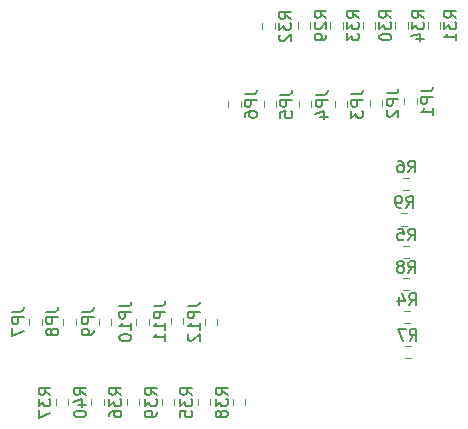
<source format=gbr>
%TF.GenerationSoftware,KiCad,Pcbnew,8.0.6-8.0.6-0~ubuntu24.04.1*%
%TF.CreationDate,2024-11-11T20:35:34-05:00*%
%TF.ProjectId,Hexapod_bot,48657861-706f-4645-9f62-6f742e6b6963,rev?*%
%TF.SameCoordinates,Original*%
%TF.FileFunction,Legend,Bot*%
%TF.FilePolarity,Positive*%
%FSLAX46Y46*%
G04 Gerber Fmt 4.6, Leading zero omitted, Abs format (unit mm)*
G04 Created by KiCad (PCBNEW 8.0.6-8.0.6-0~ubuntu24.04.1) date 2024-11-11 20:35:34*
%MOMM*%
%LPD*%
G01*
G04 APERTURE LIST*
%ADD10C,0.150000*%
%ADD11C,0.120000*%
G04 APERTURE END LIST*
D10*
X51634819Y-7444642D02*
X51158628Y-7111309D01*
X51634819Y-6873214D02*
X50634819Y-6873214D01*
X50634819Y-6873214D02*
X50634819Y-7254166D01*
X50634819Y-7254166D02*
X50682438Y-7349404D01*
X50682438Y-7349404D02*
X50730057Y-7397023D01*
X50730057Y-7397023D02*
X50825295Y-7444642D01*
X50825295Y-7444642D02*
X50968152Y-7444642D01*
X50968152Y-7444642D02*
X51063390Y-7397023D01*
X51063390Y-7397023D02*
X51111009Y-7349404D01*
X51111009Y-7349404D02*
X51158628Y-7254166D01*
X51158628Y-7254166D02*
X51158628Y-6873214D01*
X50634819Y-7777976D02*
X50634819Y-8397023D01*
X50634819Y-8397023D02*
X51015771Y-8063690D01*
X51015771Y-8063690D02*
X51015771Y-8206547D01*
X51015771Y-8206547D02*
X51063390Y-8301785D01*
X51063390Y-8301785D02*
X51111009Y-8349404D01*
X51111009Y-8349404D02*
X51206247Y-8397023D01*
X51206247Y-8397023D02*
X51444342Y-8397023D01*
X51444342Y-8397023D02*
X51539580Y-8349404D01*
X51539580Y-8349404D02*
X51587200Y-8301785D01*
X51587200Y-8301785D02*
X51634819Y-8206547D01*
X51634819Y-8206547D02*
X51634819Y-7920833D01*
X51634819Y-7920833D02*
X51587200Y-7825595D01*
X51587200Y-7825595D02*
X51539580Y-7777976D01*
X50968152Y-9254166D02*
X51634819Y-9254166D01*
X50587200Y-9016071D02*
X51301485Y-8777976D01*
X51301485Y-8777976D02*
X51301485Y-9397023D01*
X54384819Y-7444642D02*
X53908628Y-7111309D01*
X54384819Y-6873214D02*
X53384819Y-6873214D01*
X53384819Y-6873214D02*
X53384819Y-7254166D01*
X53384819Y-7254166D02*
X53432438Y-7349404D01*
X53432438Y-7349404D02*
X53480057Y-7397023D01*
X53480057Y-7397023D02*
X53575295Y-7444642D01*
X53575295Y-7444642D02*
X53718152Y-7444642D01*
X53718152Y-7444642D02*
X53813390Y-7397023D01*
X53813390Y-7397023D02*
X53861009Y-7349404D01*
X53861009Y-7349404D02*
X53908628Y-7254166D01*
X53908628Y-7254166D02*
X53908628Y-6873214D01*
X53384819Y-7777976D02*
X53384819Y-8397023D01*
X53384819Y-8397023D02*
X53765771Y-8063690D01*
X53765771Y-8063690D02*
X53765771Y-8206547D01*
X53765771Y-8206547D02*
X53813390Y-8301785D01*
X53813390Y-8301785D02*
X53861009Y-8349404D01*
X53861009Y-8349404D02*
X53956247Y-8397023D01*
X53956247Y-8397023D02*
X54194342Y-8397023D01*
X54194342Y-8397023D02*
X54289580Y-8349404D01*
X54289580Y-8349404D02*
X54337200Y-8301785D01*
X54337200Y-8301785D02*
X54384819Y-8206547D01*
X54384819Y-8206547D02*
X54384819Y-7920833D01*
X54384819Y-7920833D02*
X54337200Y-7825595D01*
X54337200Y-7825595D02*
X54289580Y-7777976D01*
X54384819Y-9349404D02*
X54384819Y-8777976D01*
X54384819Y-9063690D02*
X53384819Y-9063690D01*
X53384819Y-9063690D02*
X53527676Y-8968452D01*
X53527676Y-8968452D02*
X53622914Y-8873214D01*
X53622914Y-8873214D02*
X53670533Y-8777976D01*
X48884819Y-7444642D02*
X48408628Y-7111309D01*
X48884819Y-6873214D02*
X47884819Y-6873214D01*
X47884819Y-6873214D02*
X47884819Y-7254166D01*
X47884819Y-7254166D02*
X47932438Y-7349404D01*
X47932438Y-7349404D02*
X47980057Y-7397023D01*
X47980057Y-7397023D02*
X48075295Y-7444642D01*
X48075295Y-7444642D02*
X48218152Y-7444642D01*
X48218152Y-7444642D02*
X48313390Y-7397023D01*
X48313390Y-7397023D02*
X48361009Y-7349404D01*
X48361009Y-7349404D02*
X48408628Y-7254166D01*
X48408628Y-7254166D02*
X48408628Y-6873214D01*
X47884819Y-7777976D02*
X47884819Y-8397023D01*
X47884819Y-8397023D02*
X48265771Y-8063690D01*
X48265771Y-8063690D02*
X48265771Y-8206547D01*
X48265771Y-8206547D02*
X48313390Y-8301785D01*
X48313390Y-8301785D02*
X48361009Y-8349404D01*
X48361009Y-8349404D02*
X48456247Y-8397023D01*
X48456247Y-8397023D02*
X48694342Y-8397023D01*
X48694342Y-8397023D02*
X48789580Y-8349404D01*
X48789580Y-8349404D02*
X48837200Y-8301785D01*
X48837200Y-8301785D02*
X48884819Y-8206547D01*
X48884819Y-8206547D02*
X48884819Y-7920833D01*
X48884819Y-7920833D02*
X48837200Y-7825595D01*
X48837200Y-7825595D02*
X48789580Y-7777976D01*
X47884819Y-9016071D02*
X47884819Y-9111309D01*
X47884819Y-9111309D02*
X47932438Y-9206547D01*
X47932438Y-9206547D02*
X47980057Y-9254166D01*
X47980057Y-9254166D02*
X48075295Y-9301785D01*
X48075295Y-9301785D02*
X48265771Y-9349404D01*
X48265771Y-9349404D02*
X48503866Y-9349404D01*
X48503866Y-9349404D02*
X48694342Y-9301785D01*
X48694342Y-9301785D02*
X48789580Y-9254166D01*
X48789580Y-9254166D02*
X48837200Y-9206547D01*
X48837200Y-9206547D02*
X48884819Y-9111309D01*
X48884819Y-9111309D02*
X48884819Y-9016071D01*
X48884819Y-9016071D02*
X48837200Y-8920833D01*
X48837200Y-8920833D02*
X48789580Y-8873214D01*
X48789580Y-8873214D02*
X48694342Y-8825595D01*
X48694342Y-8825595D02*
X48503866Y-8777976D01*
X48503866Y-8777976D02*
X48265771Y-8777976D01*
X48265771Y-8777976D02*
X48075295Y-8825595D01*
X48075295Y-8825595D02*
X47980057Y-8873214D01*
X47980057Y-8873214D02*
X47932438Y-8920833D01*
X47932438Y-8920833D02*
X47884819Y-9016071D01*
X35024819Y-39357142D02*
X34548628Y-39023809D01*
X35024819Y-38785714D02*
X34024819Y-38785714D01*
X34024819Y-38785714D02*
X34024819Y-39166666D01*
X34024819Y-39166666D02*
X34072438Y-39261904D01*
X34072438Y-39261904D02*
X34120057Y-39309523D01*
X34120057Y-39309523D02*
X34215295Y-39357142D01*
X34215295Y-39357142D02*
X34358152Y-39357142D01*
X34358152Y-39357142D02*
X34453390Y-39309523D01*
X34453390Y-39309523D02*
X34501009Y-39261904D01*
X34501009Y-39261904D02*
X34548628Y-39166666D01*
X34548628Y-39166666D02*
X34548628Y-38785714D01*
X34024819Y-39690476D02*
X34024819Y-40309523D01*
X34024819Y-40309523D02*
X34405771Y-39976190D01*
X34405771Y-39976190D02*
X34405771Y-40119047D01*
X34405771Y-40119047D02*
X34453390Y-40214285D01*
X34453390Y-40214285D02*
X34501009Y-40261904D01*
X34501009Y-40261904D02*
X34596247Y-40309523D01*
X34596247Y-40309523D02*
X34834342Y-40309523D01*
X34834342Y-40309523D02*
X34929580Y-40261904D01*
X34929580Y-40261904D02*
X34977200Y-40214285D01*
X34977200Y-40214285D02*
X35024819Y-40119047D01*
X35024819Y-40119047D02*
X35024819Y-39833333D01*
X35024819Y-39833333D02*
X34977200Y-39738095D01*
X34977200Y-39738095D02*
X34929580Y-39690476D01*
X34453390Y-40880952D02*
X34405771Y-40785714D01*
X34405771Y-40785714D02*
X34358152Y-40738095D01*
X34358152Y-40738095D02*
X34262914Y-40690476D01*
X34262914Y-40690476D02*
X34215295Y-40690476D01*
X34215295Y-40690476D02*
X34120057Y-40738095D01*
X34120057Y-40738095D02*
X34072438Y-40785714D01*
X34072438Y-40785714D02*
X34024819Y-40880952D01*
X34024819Y-40880952D02*
X34024819Y-41071428D01*
X34024819Y-41071428D02*
X34072438Y-41166666D01*
X34072438Y-41166666D02*
X34120057Y-41214285D01*
X34120057Y-41214285D02*
X34215295Y-41261904D01*
X34215295Y-41261904D02*
X34262914Y-41261904D01*
X34262914Y-41261904D02*
X34358152Y-41214285D01*
X34358152Y-41214285D02*
X34405771Y-41166666D01*
X34405771Y-41166666D02*
X34453390Y-41071428D01*
X34453390Y-41071428D02*
X34453390Y-40880952D01*
X34453390Y-40880952D02*
X34501009Y-40785714D01*
X34501009Y-40785714D02*
X34548628Y-40738095D01*
X34548628Y-40738095D02*
X34643866Y-40690476D01*
X34643866Y-40690476D02*
X34834342Y-40690476D01*
X34834342Y-40690476D02*
X34929580Y-40738095D01*
X34929580Y-40738095D02*
X34977200Y-40785714D01*
X34977200Y-40785714D02*
X35024819Y-40880952D01*
X35024819Y-40880952D02*
X35024819Y-41071428D01*
X35024819Y-41071428D02*
X34977200Y-41166666D01*
X34977200Y-41166666D02*
X34929580Y-41214285D01*
X34929580Y-41214285D02*
X34834342Y-41261904D01*
X34834342Y-41261904D02*
X34643866Y-41261904D01*
X34643866Y-41261904D02*
X34548628Y-41214285D01*
X34548628Y-41214285D02*
X34501009Y-41166666D01*
X34501009Y-41166666D02*
X34453390Y-41071428D01*
X23024819Y-39357142D02*
X22548628Y-39023809D01*
X23024819Y-38785714D02*
X22024819Y-38785714D01*
X22024819Y-38785714D02*
X22024819Y-39166666D01*
X22024819Y-39166666D02*
X22072438Y-39261904D01*
X22072438Y-39261904D02*
X22120057Y-39309523D01*
X22120057Y-39309523D02*
X22215295Y-39357142D01*
X22215295Y-39357142D02*
X22358152Y-39357142D01*
X22358152Y-39357142D02*
X22453390Y-39309523D01*
X22453390Y-39309523D02*
X22501009Y-39261904D01*
X22501009Y-39261904D02*
X22548628Y-39166666D01*
X22548628Y-39166666D02*
X22548628Y-38785714D01*
X22358152Y-40214285D02*
X23024819Y-40214285D01*
X21977200Y-39976190D02*
X22691485Y-39738095D01*
X22691485Y-39738095D02*
X22691485Y-40357142D01*
X22024819Y-40928571D02*
X22024819Y-41023809D01*
X22024819Y-41023809D02*
X22072438Y-41119047D01*
X22072438Y-41119047D02*
X22120057Y-41166666D01*
X22120057Y-41166666D02*
X22215295Y-41214285D01*
X22215295Y-41214285D02*
X22405771Y-41261904D01*
X22405771Y-41261904D02*
X22643866Y-41261904D01*
X22643866Y-41261904D02*
X22834342Y-41214285D01*
X22834342Y-41214285D02*
X22929580Y-41166666D01*
X22929580Y-41166666D02*
X22977200Y-41119047D01*
X22977200Y-41119047D02*
X23024819Y-41023809D01*
X23024819Y-41023809D02*
X23024819Y-40928571D01*
X23024819Y-40928571D02*
X22977200Y-40833333D01*
X22977200Y-40833333D02*
X22929580Y-40785714D01*
X22929580Y-40785714D02*
X22834342Y-40738095D01*
X22834342Y-40738095D02*
X22643866Y-40690476D01*
X22643866Y-40690476D02*
X22405771Y-40690476D01*
X22405771Y-40690476D02*
X22215295Y-40738095D01*
X22215295Y-40738095D02*
X22120057Y-40785714D01*
X22120057Y-40785714D02*
X22072438Y-40833333D01*
X22072438Y-40833333D02*
X22024819Y-40928571D01*
X29024819Y-39357142D02*
X28548628Y-39023809D01*
X29024819Y-38785714D02*
X28024819Y-38785714D01*
X28024819Y-38785714D02*
X28024819Y-39166666D01*
X28024819Y-39166666D02*
X28072438Y-39261904D01*
X28072438Y-39261904D02*
X28120057Y-39309523D01*
X28120057Y-39309523D02*
X28215295Y-39357142D01*
X28215295Y-39357142D02*
X28358152Y-39357142D01*
X28358152Y-39357142D02*
X28453390Y-39309523D01*
X28453390Y-39309523D02*
X28501009Y-39261904D01*
X28501009Y-39261904D02*
X28548628Y-39166666D01*
X28548628Y-39166666D02*
X28548628Y-38785714D01*
X28024819Y-39690476D02*
X28024819Y-40309523D01*
X28024819Y-40309523D02*
X28405771Y-39976190D01*
X28405771Y-39976190D02*
X28405771Y-40119047D01*
X28405771Y-40119047D02*
X28453390Y-40214285D01*
X28453390Y-40214285D02*
X28501009Y-40261904D01*
X28501009Y-40261904D02*
X28596247Y-40309523D01*
X28596247Y-40309523D02*
X28834342Y-40309523D01*
X28834342Y-40309523D02*
X28929580Y-40261904D01*
X28929580Y-40261904D02*
X28977200Y-40214285D01*
X28977200Y-40214285D02*
X29024819Y-40119047D01*
X29024819Y-40119047D02*
X29024819Y-39833333D01*
X29024819Y-39833333D02*
X28977200Y-39738095D01*
X28977200Y-39738095D02*
X28929580Y-39690476D01*
X29024819Y-40785714D02*
X29024819Y-40976190D01*
X29024819Y-40976190D02*
X28977200Y-41071428D01*
X28977200Y-41071428D02*
X28929580Y-41119047D01*
X28929580Y-41119047D02*
X28786723Y-41214285D01*
X28786723Y-41214285D02*
X28596247Y-41261904D01*
X28596247Y-41261904D02*
X28215295Y-41261904D01*
X28215295Y-41261904D02*
X28120057Y-41214285D01*
X28120057Y-41214285D02*
X28072438Y-41166666D01*
X28072438Y-41166666D02*
X28024819Y-41071428D01*
X28024819Y-41071428D02*
X28024819Y-40880952D01*
X28024819Y-40880952D02*
X28072438Y-40785714D01*
X28072438Y-40785714D02*
X28120057Y-40738095D01*
X28120057Y-40738095D02*
X28215295Y-40690476D01*
X28215295Y-40690476D02*
X28453390Y-40690476D01*
X28453390Y-40690476D02*
X28548628Y-40738095D01*
X28548628Y-40738095D02*
X28596247Y-40785714D01*
X28596247Y-40785714D02*
X28643866Y-40880952D01*
X28643866Y-40880952D02*
X28643866Y-41071428D01*
X28643866Y-41071428D02*
X28596247Y-41166666D01*
X28596247Y-41166666D02*
X28548628Y-41214285D01*
X28548628Y-41214285D02*
X28453390Y-41261904D01*
X50166666Y-23524819D02*
X50499999Y-23048628D01*
X50738094Y-23524819D02*
X50738094Y-22524819D01*
X50738094Y-22524819D02*
X50357142Y-22524819D01*
X50357142Y-22524819D02*
X50261904Y-22572438D01*
X50261904Y-22572438D02*
X50214285Y-22620057D01*
X50214285Y-22620057D02*
X50166666Y-22715295D01*
X50166666Y-22715295D02*
X50166666Y-22858152D01*
X50166666Y-22858152D02*
X50214285Y-22953390D01*
X50214285Y-22953390D02*
X50261904Y-23001009D01*
X50261904Y-23001009D02*
X50357142Y-23048628D01*
X50357142Y-23048628D02*
X50738094Y-23048628D01*
X49690475Y-23524819D02*
X49499999Y-23524819D01*
X49499999Y-23524819D02*
X49404761Y-23477200D01*
X49404761Y-23477200D02*
X49357142Y-23429580D01*
X49357142Y-23429580D02*
X49261904Y-23286723D01*
X49261904Y-23286723D02*
X49214285Y-23096247D01*
X49214285Y-23096247D02*
X49214285Y-22715295D01*
X49214285Y-22715295D02*
X49261904Y-22620057D01*
X49261904Y-22620057D02*
X49309523Y-22572438D01*
X49309523Y-22572438D02*
X49404761Y-22524819D01*
X49404761Y-22524819D02*
X49595237Y-22524819D01*
X49595237Y-22524819D02*
X49690475Y-22572438D01*
X49690475Y-22572438D02*
X49738094Y-22620057D01*
X49738094Y-22620057D02*
X49785713Y-22715295D01*
X49785713Y-22715295D02*
X49785713Y-22953390D01*
X49785713Y-22953390D02*
X49738094Y-23048628D01*
X49738094Y-23048628D02*
X49690475Y-23096247D01*
X49690475Y-23096247D02*
X49595237Y-23143866D01*
X49595237Y-23143866D02*
X49404761Y-23143866D01*
X49404761Y-23143866D02*
X49309523Y-23096247D01*
X49309523Y-23096247D02*
X49261904Y-23048628D01*
X49261904Y-23048628D02*
X49214285Y-22953390D01*
X40384819Y-7519649D02*
X39908628Y-7186316D01*
X40384819Y-6948221D02*
X39384819Y-6948221D01*
X39384819Y-6948221D02*
X39384819Y-7329173D01*
X39384819Y-7329173D02*
X39432438Y-7424411D01*
X39432438Y-7424411D02*
X39480057Y-7472030D01*
X39480057Y-7472030D02*
X39575295Y-7519649D01*
X39575295Y-7519649D02*
X39718152Y-7519649D01*
X39718152Y-7519649D02*
X39813390Y-7472030D01*
X39813390Y-7472030D02*
X39861009Y-7424411D01*
X39861009Y-7424411D02*
X39908628Y-7329173D01*
X39908628Y-7329173D02*
X39908628Y-6948221D01*
X39384819Y-7852983D02*
X39384819Y-8472030D01*
X39384819Y-8472030D02*
X39765771Y-8138697D01*
X39765771Y-8138697D02*
X39765771Y-8281554D01*
X39765771Y-8281554D02*
X39813390Y-8376792D01*
X39813390Y-8376792D02*
X39861009Y-8424411D01*
X39861009Y-8424411D02*
X39956247Y-8472030D01*
X39956247Y-8472030D02*
X40194342Y-8472030D01*
X40194342Y-8472030D02*
X40289580Y-8424411D01*
X40289580Y-8424411D02*
X40337200Y-8376792D01*
X40337200Y-8376792D02*
X40384819Y-8281554D01*
X40384819Y-8281554D02*
X40384819Y-7995840D01*
X40384819Y-7995840D02*
X40337200Y-7900602D01*
X40337200Y-7900602D02*
X40289580Y-7852983D01*
X39480057Y-8852983D02*
X39432438Y-8900602D01*
X39432438Y-8900602D02*
X39384819Y-8995840D01*
X39384819Y-8995840D02*
X39384819Y-9233935D01*
X39384819Y-9233935D02*
X39432438Y-9329173D01*
X39432438Y-9329173D02*
X39480057Y-9376792D01*
X39480057Y-9376792D02*
X39575295Y-9424411D01*
X39575295Y-9424411D02*
X39670533Y-9424411D01*
X39670533Y-9424411D02*
X39813390Y-9376792D01*
X39813390Y-9376792D02*
X40384819Y-8805364D01*
X40384819Y-8805364D02*
X40384819Y-9424411D01*
X50404166Y-31774819D02*
X50737499Y-31298628D01*
X50975594Y-31774819D02*
X50975594Y-30774819D01*
X50975594Y-30774819D02*
X50594642Y-30774819D01*
X50594642Y-30774819D02*
X50499404Y-30822438D01*
X50499404Y-30822438D02*
X50451785Y-30870057D01*
X50451785Y-30870057D02*
X50404166Y-30965295D01*
X50404166Y-30965295D02*
X50404166Y-31108152D01*
X50404166Y-31108152D02*
X50451785Y-31203390D01*
X50451785Y-31203390D02*
X50499404Y-31251009D01*
X50499404Y-31251009D02*
X50594642Y-31298628D01*
X50594642Y-31298628D02*
X50975594Y-31298628D01*
X49547023Y-31108152D02*
X49547023Y-31774819D01*
X49785118Y-30727200D02*
X50023213Y-31441485D01*
X50023213Y-31441485D02*
X49404166Y-31441485D01*
X50329166Y-29024819D02*
X50662499Y-28548628D01*
X50900594Y-29024819D02*
X50900594Y-28024819D01*
X50900594Y-28024819D02*
X50519642Y-28024819D01*
X50519642Y-28024819D02*
X50424404Y-28072438D01*
X50424404Y-28072438D02*
X50376785Y-28120057D01*
X50376785Y-28120057D02*
X50329166Y-28215295D01*
X50329166Y-28215295D02*
X50329166Y-28358152D01*
X50329166Y-28358152D02*
X50376785Y-28453390D01*
X50376785Y-28453390D02*
X50424404Y-28501009D01*
X50424404Y-28501009D02*
X50519642Y-28548628D01*
X50519642Y-28548628D02*
X50900594Y-28548628D01*
X49757737Y-28453390D02*
X49852975Y-28405771D01*
X49852975Y-28405771D02*
X49900594Y-28358152D01*
X49900594Y-28358152D02*
X49948213Y-28262914D01*
X49948213Y-28262914D02*
X49948213Y-28215295D01*
X49948213Y-28215295D02*
X49900594Y-28120057D01*
X49900594Y-28120057D02*
X49852975Y-28072438D01*
X49852975Y-28072438D02*
X49757737Y-28024819D01*
X49757737Y-28024819D02*
X49567261Y-28024819D01*
X49567261Y-28024819D02*
X49472023Y-28072438D01*
X49472023Y-28072438D02*
X49424404Y-28120057D01*
X49424404Y-28120057D02*
X49376785Y-28215295D01*
X49376785Y-28215295D02*
X49376785Y-28262914D01*
X49376785Y-28262914D02*
X49424404Y-28358152D01*
X49424404Y-28358152D02*
X49472023Y-28405771D01*
X49472023Y-28405771D02*
X49567261Y-28453390D01*
X49567261Y-28453390D02*
X49757737Y-28453390D01*
X49757737Y-28453390D02*
X49852975Y-28501009D01*
X49852975Y-28501009D02*
X49900594Y-28548628D01*
X49900594Y-28548628D02*
X49948213Y-28643866D01*
X49948213Y-28643866D02*
X49948213Y-28834342D01*
X49948213Y-28834342D02*
X49900594Y-28929580D01*
X49900594Y-28929580D02*
X49852975Y-28977200D01*
X49852975Y-28977200D02*
X49757737Y-29024819D01*
X49757737Y-29024819D02*
X49567261Y-29024819D01*
X49567261Y-29024819D02*
X49472023Y-28977200D01*
X49472023Y-28977200D02*
X49424404Y-28929580D01*
X49424404Y-28929580D02*
X49376785Y-28834342D01*
X49376785Y-28834342D02*
X49376785Y-28643866D01*
X49376785Y-28643866D02*
X49424404Y-28548628D01*
X49424404Y-28548628D02*
X49472023Y-28501009D01*
X49472023Y-28501009D02*
X49567261Y-28453390D01*
X20024819Y-39357142D02*
X19548628Y-39023809D01*
X20024819Y-38785714D02*
X19024819Y-38785714D01*
X19024819Y-38785714D02*
X19024819Y-39166666D01*
X19024819Y-39166666D02*
X19072438Y-39261904D01*
X19072438Y-39261904D02*
X19120057Y-39309523D01*
X19120057Y-39309523D02*
X19215295Y-39357142D01*
X19215295Y-39357142D02*
X19358152Y-39357142D01*
X19358152Y-39357142D02*
X19453390Y-39309523D01*
X19453390Y-39309523D02*
X19501009Y-39261904D01*
X19501009Y-39261904D02*
X19548628Y-39166666D01*
X19548628Y-39166666D02*
X19548628Y-38785714D01*
X19024819Y-39690476D02*
X19024819Y-40309523D01*
X19024819Y-40309523D02*
X19405771Y-39976190D01*
X19405771Y-39976190D02*
X19405771Y-40119047D01*
X19405771Y-40119047D02*
X19453390Y-40214285D01*
X19453390Y-40214285D02*
X19501009Y-40261904D01*
X19501009Y-40261904D02*
X19596247Y-40309523D01*
X19596247Y-40309523D02*
X19834342Y-40309523D01*
X19834342Y-40309523D02*
X19929580Y-40261904D01*
X19929580Y-40261904D02*
X19977200Y-40214285D01*
X19977200Y-40214285D02*
X20024819Y-40119047D01*
X20024819Y-40119047D02*
X20024819Y-39833333D01*
X20024819Y-39833333D02*
X19977200Y-39738095D01*
X19977200Y-39738095D02*
X19929580Y-39690476D01*
X19024819Y-40642857D02*
X19024819Y-41309523D01*
X19024819Y-41309523D02*
X20024819Y-40880952D01*
X43384819Y-7444642D02*
X42908628Y-7111309D01*
X43384819Y-6873214D02*
X42384819Y-6873214D01*
X42384819Y-6873214D02*
X42384819Y-7254166D01*
X42384819Y-7254166D02*
X42432438Y-7349404D01*
X42432438Y-7349404D02*
X42480057Y-7397023D01*
X42480057Y-7397023D02*
X42575295Y-7444642D01*
X42575295Y-7444642D02*
X42718152Y-7444642D01*
X42718152Y-7444642D02*
X42813390Y-7397023D01*
X42813390Y-7397023D02*
X42861009Y-7349404D01*
X42861009Y-7349404D02*
X42908628Y-7254166D01*
X42908628Y-7254166D02*
X42908628Y-6873214D01*
X42480057Y-7825595D02*
X42432438Y-7873214D01*
X42432438Y-7873214D02*
X42384819Y-7968452D01*
X42384819Y-7968452D02*
X42384819Y-8206547D01*
X42384819Y-8206547D02*
X42432438Y-8301785D01*
X42432438Y-8301785D02*
X42480057Y-8349404D01*
X42480057Y-8349404D02*
X42575295Y-8397023D01*
X42575295Y-8397023D02*
X42670533Y-8397023D01*
X42670533Y-8397023D02*
X42813390Y-8349404D01*
X42813390Y-8349404D02*
X43384819Y-7777976D01*
X43384819Y-7777976D02*
X43384819Y-8397023D01*
X43384819Y-8873214D02*
X43384819Y-9063690D01*
X43384819Y-9063690D02*
X43337200Y-9158928D01*
X43337200Y-9158928D02*
X43289580Y-9206547D01*
X43289580Y-9206547D02*
X43146723Y-9301785D01*
X43146723Y-9301785D02*
X42956247Y-9349404D01*
X42956247Y-9349404D02*
X42575295Y-9349404D01*
X42575295Y-9349404D02*
X42480057Y-9301785D01*
X42480057Y-9301785D02*
X42432438Y-9254166D01*
X42432438Y-9254166D02*
X42384819Y-9158928D01*
X42384819Y-9158928D02*
X42384819Y-8968452D01*
X42384819Y-8968452D02*
X42432438Y-8873214D01*
X42432438Y-8873214D02*
X42480057Y-8825595D01*
X42480057Y-8825595D02*
X42575295Y-8777976D01*
X42575295Y-8777976D02*
X42813390Y-8777976D01*
X42813390Y-8777976D02*
X42908628Y-8825595D01*
X42908628Y-8825595D02*
X42956247Y-8873214D01*
X42956247Y-8873214D02*
X43003866Y-8968452D01*
X43003866Y-8968452D02*
X43003866Y-9158928D01*
X43003866Y-9158928D02*
X42956247Y-9254166D01*
X42956247Y-9254166D02*
X42908628Y-9301785D01*
X42908628Y-9301785D02*
X42813390Y-9349404D01*
X50429166Y-34774819D02*
X50762499Y-34298628D01*
X51000594Y-34774819D02*
X51000594Y-33774819D01*
X51000594Y-33774819D02*
X50619642Y-33774819D01*
X50619642Y-33774819D02*
X50524404Y-33822438D01*
X50524404Y-33822438D02*
X50476785Y-33870057D01*
X50476785Y-33870057D02*
X50429166Y-33965295D01*
X50429166Y-33965295D02*
X50429166Y-34108152D01*
X50429166Y-34108152D02*
X50476785Y-34203390D01*
X50476785Y-34203390D02*
X50524404Y-34251009D01*
X50524404Y-34251009D02*
X50619642Y-34298628D01*
X50619642Y-34298628D02*
X51000594Y-34298628D01*
X50095832Y-33774819D02*
X49429166Y-33774819D01*
X49429166Y-33774819D02*
X49857737Y-34774819D01*
X46134819Y-7444642D02*
X45658628Y-7111309D01*
X46134819Y-6873214D02*
X45134819Y-6873214D01*
X45134819Y-6873214D02*
X45134819Y-7254166D01*
X45134819Y-7254166D02*
X45182438Y-7349404D01*
X45182438Y-7349404D02*
X45230057Y-7397023D01*
X45230057Y-7397023D02*
X45325295Y-7444642D01*
X45325295Y-7444642D02*
X45468152Y-7444642D01*
X45468152Y-7444642D02*
X45563390Y-7397023D01*
X45563390Y-7397023D02*
X45611009Y-7349404D01*
X45611009Y-7349404D02*
X45658628Y-7254166D01*
X45658628Y-7254166D02*
X45658628Y-6873214D01*
X45134819Y-7777976D02*
X45134819Y-8397023D01*
X45134819Y-8397023D02*
X45515771Y-8063690D01*
X45515771Y-8063690D02*
X45515771Y-8206547D01*
X45515771Y-8206547D02*
X45563390Y-8301785D01*
X45563390Y-8301785D02*
X45611009Y-8349404D01*
X45611009Y-8349404D02*
X45706247Y-8397023D01*
X45706247Y-8397023D02*
X45944342Y-8397023D01*
X45944342Y-8397023D02*
X46039580Y-8349404D01*
X46039580Y-8349404D02*
X46087200Y-8301785D01*
X46087200Y-8301785D02*
X46134819Y-8206547D01*
X46134819Y-8206547D02*
X46134819Y-7920833D01*
X46134819Y-7920833D02*
X46087200Y-7825595D01*
X46087200Y-7825595D02*
X46039580Y-7777976D01*
X45134819Y-8730357D02*
X45134819Y-9349404D01*
X45134819Y-9349404D02*
X45515771Y-9016071D01*
X45515771Y-9016071D02*
X45515771Y-9158928D01*
X45515771Y-9158928D02*
X45563390Y-9254166D01*
X45563390Y-9254166D02*
X45611009Y-9301785D01*
X45611009Y-9301785D02*
X45706247Y-9349404D01*
X45706247Y-9349404D02*
X45944342Y-9349404D01*
X45944342Y-9349404D02*
X46039580Y-9301785D01*
X46039580Y-9301785D02*
X46087200Y-9254166D01*
X46087200Y-9254166D02*
X46134819Y-9158928D01*
X46134819Y-9158928D02*
X46134819Y-8873214D01*
X46134819Y-8873214D02*
X46087200Y-8777976D01*
X46087200Y-8777976D02*
X46039580Y-8730357D01*
X26024819Y-39357142D02*
X25548628Y-39023809D01*
X26024819Y-38785714D02*
X25024819Y-38785714D01*
X25024819Y-38785714D02*
X25024819Y-39166666D01*
X25024819Y-39166666D02*
X25072438Y-39261904D01*
X25072438Y-39261904D02*
X25120057Y-39309523D01*
X25120057Y-39309523D02*
X25215295Y-39357142D01*
X25215295Y-39357142D02*
X25358152Y-39357142D01*
X25358152Y-39357142D02*
X25453390Y-39309523D01*
X25453390Y-39309523D02*
X25501009Y-39261904D01*
X25501009Y-39261904D02*
X25548628Y-39166666D01*
X25548628Y-39166666D02*
X25548628Y-38785714D01*
X25024819Y-39690476D02*
X25024819Y-40309523D01*
X25024819Y-40309523D02*
X25405771Y-39976190D01*
X25405771Y-39976190D02*
X25405771Y-40119047D01*
X25405771Y-40119047D02*
X25453390Y-40214285D01*
X25453390Y-40214285D02*
X25501009Y-40261904D01*
X25501009Y-40261904D02*
X25596247Y-40309523D01*
X25596247Y-40309523D02*
X25834342Y-40309523D01*
X25834342Y-40309523D02*
X25929580Y-40261904D01*
X25929580Y-40261904D02*
X25977200Y-40214285D01*
X25977200Y-40214285D02*
X26024819Y-40119047D01*
X26024819Y-40119047D02*
X26024819Y-39833333D01*
X26024819Y-39833333D02*
X25977200Y-39738095D01*
X25977200Y-39738095D02*
X25929580Y-39690476D01*
X25024819Y-41166666D02*
X25024819Y-40976190D01*
X25024819Y-40976190D02*
X25072438Y-40880952D01*
X25072438Y-40880952D02*
X25120057Y-40833333D01*
X25120057Y-40833333D02*
X25262914Y-40738095D01*
X25262914Y-40738095D02*
X25453390Y-40690476D01*
X25453390Y-40690476D02*
X25834342Y-40690476D01*
X25834342Y-40690476D02*
X25929580Y-40738095D01*
X25929580Y-40738095D02*
X25977200Y-40785714D01*
X25977200Y-40785714D02*
X26024819Y-40880952D01*
X26024819Y-40880952D02*
X26024819Y-41071428D01*
X26024819Y-41071428D02*
X25977200Y-41166666D01*
X25977200Y-41166666D02*
X25929580Y-41214285D01*
X25929580Y-41214285D02*
X25834342Y-41261904D01*
X25834342Y-41261904D02*
X25596247Y-41261904D01*
X25596247Y-41261904D02*
X25501009Y-41214285D01*
X25501009Y-41214285D02*
X25453390Y-41166666D01*
X25453390Y-41166666D02*
X25405771Y-41071428D01*
X25405771Y-41071428D02*
X25405771Y-40880952D01*
X25405771Y-40880952D02*
X25453390Y-40785714D01*
X25453390Y-40785714D02*
X25501009Y-40738095D01*
X25501009Y-40738095D02*
X25596247Y-40690476D01*
X50329166Y-26274819D02*
X50662499Y-25798628D01*
X50900594Y-26274819D02*
X50900594Y-25274819D01*
X50900594Y-25274819D02*
X50519642Y-25274819D01*
X50519642Y-25274819D02*
X50424404Y-25322438D01*
X50424404Y-25322438D02*
X50376785Y-25370057D01*
X50376785Y-25370057D02*
X50329166Y-25465295D01*
X50329166Y-25465295D02*
X50329166Y-25608152D01*
X50329166Y-25608152D02*
X50376785Y-25703390D01*
X50376785Y-25703390D02*
X50424404Y-25751009D01*
X50424404Y-25751009D02*
X50519642Y-25798628D01*
X50519642Y-25798628D02*
X50900594Y-25798628D01*
X49424404Y-25274819D02*
X49900594Y-25274819D01*
X49900594Y-25274819D02*
X49948213Y-25751009D01*
X49948213Y-25751009D02*
X49900594Y-25703390D01*
X49900594Y-25703390D02*
X49805356Y-25655771D01*
X49805356Y-25655771D02*
X49567261Y-25655771D01*
X49567261Y-25655771D02*
X49472023Y-25703390D01*
X49472023Y-25703390D02*
X49424404Y-25751009D01*
X49424404Y-25751009D02*
X49376785Y-25846247D01*
X49376785Y-25846247D02*
X49376785Y-26084342D01*
X49376785Y-26084342D02*
X49424404Y-26179580D01*
X49424404Y-26179580D02*
X49472023Y-26227200D01*
X49472023Y-26227200D02*
X49567261Y-26274819D01*
X49567261Y-26274819D02*
X49805356Y-26274819D01*
X49805356Y-26274819D02*
X49900594Y-26227200D01*
X49900594Y-26227200D02*
X49948213Y-26179580D01*
X50329166Y-20524819D02*
X50662499Y-20048628D01*
X50900594Y-20524819D02*
X50900594Y-19524819D01*
X50900594Y-19524819D02*
X50519642Y-19524819D01*
X50519642Y-19524819D02*
X50424404Y-19572438D01*
X50424404Y-19572438D02*
X50376785Y-19620057D01*
X50376785Y-19620057D02*
X50329166Y-19715295D01*
X50329166Y-19715295D02*
X50329166Y-19858152D01*
X50329166Y-19858152D02*
X50376785Y-19953390D01*
X50376785Y-19953390D02*
X50424404Y-20001009D01*
X50424404Y-20001009D02*
X50519642Y-20048628D01*
X50519642Y-20048628D02*
X50900594Y-20048628D01*
X49472023Y-19524819D02*
X49662499Y-19524819D01*
X49662499Y-19524819D02*
X49757737Y-19572438D01*
X49757737Y-19572438D02*
X49805356Y-19620057D01*
X49805356Y-19620057D02*
X49900594Y-19762914D01*
X49900594Y-19762914D02*
X49948213Y-19953390D01*
X49948213Y-19953390D02*
X49948213Y-20334342D01*
X49948213Y-20334342D02*
X49900594Y-20429580D01*
X49900594Y-20429580D02*
X49852975Y-20477200D01*
X49852975Y-20477200D02*
X49757737Y-20524819D01*
X49757737Y-20524819D02*
X49567261Y-20524819D01*
X49567261Y-20524819D02*
X49472023Y-20477200D01*
X49472023Y-20477200D02*
X49424404Y-20429580D01*
X49424404Y-20429580D02*
X49376785Y-20334342D01*
X49376785Y-20334342D02*
X49376785Y-20096247D01*
X49376785Y-20096247D02*
X49424404Y-20001009D01*
X49424404Y-20001009D02*
X49472023Y-19953390D01*
X49472023Y-19953390D02*
X49567261Y-19905771D01*
X49567261Y-19905771D02*
X49757737Y-19905771D01*
X49757737Y-19905771D02*
X49852975Y-19953390D01*
X49852975Y-19953390D02*
X49900594Y-20001009D01*
X49900594Y-20001009D02*
X49948213Y-20096247D01*
X32024819Y-39357142D02*
X31548628Y-39023809D01*
X32024819Y-38785714D02*
X31024819Y-38785714D01*
X31024819Y-38785714D02*
X31024819Y-39166666D01*
X31024819Y-39166666D02*
X31072438Y-39261904D01*
X31072438Y-39261904D02*
X31120057Y-39309523D01*
X31120057Y-39309523D02*
X31215295Y-39357142D01*
X31215295Y-39357142D02*
X31358152Y-39357142D01*
X31358152Y-39357142D02*
X31453390Y-39309523D01*
X31453390Y-39309523D02*
X31501009Y-39261904D01*
X31501009Y-39261904D02*
X31548628Y-39166666D01*
X31548628Y-39166666D02*
X31548628Y-38785714D01*
X31024819Y-39690476D02*
X31024819Y-40309523D01*
X31024819Y-40309523D02*
X31405771Y-39976190D01*
X31405771Y-39976190D02*
X31405771Y-40119047D01*
X31405771Y-40119047D02*
X31453390Y-40214285D01*
X31453390Y-40214285D02*
X31501009Y-40261904D01*
X31501009Y-40261904D02*
X31596247Y-40309523D01*
X31596247Y-40309523D02*
X31834342Y-40309523D01*
X31834342Y-40309523D02*
X31929580Y-40261904D01*
X31929580Y-40261904D02*
X31977200Y-40214285D01*
X31977200Y-40214285D02*
X32024819Y-40119047D01*
X32024819Y-40119047D02*
X32024819Y-39833333D01*
X32024819Y-39833333D02*
X31977200Y-39738095D01*
X31977200Y-39738095D02*
X31929580Y-39690476D01*
X31024819Y-41214285D02*
X31024819Y-40738095D01*
X31024819Y-40738095D02*
X31501009Y-40690476D01*
X31501009Y-40690476D02*
X31453390Y-40738095D01*
X31453390Y-40738095D02*
X31405771Y-40833333D01*
X31405771Y-40833333D02*
X31405771Y-41071428D01*
X31405771Y-41071428D02*
X31453390Y-41166666D01*
X31453390Y-41166666D02*
X31501009Y-41214285D01*
X31501009Y-41214285D02*
X31596247Y-41261904D01*
X31596247Y-41261904D02*
X31834342Y-41261904D01*
X31834342Y-41261904D02*
X31929580Y-41214285D01*
X31929580Y-41214285D02*
X31977200Y-41166666D01*
X31977200Y-41166666D02*
X32024819Y-41071428D01*
X32024819Y-41071428D02*
X32024819Y-40833333D01*
X32024819Y-40833333D02*
X31977200Y-40738095D01*
X31977200Y-40738095D02*
X31929580Y-40690476D01*
X48484819Y-13829166D02*
X49199104Y-13829166D01*
X49199104Y-13829166D02*
X49341961Y-13781547D01*
X49341961Y-13781547D02*
X49437200Y-13686309D01*
X49437200Y-13686309D02*
X49484819Y-13543452D01*
X49484819Y-13543452D02*
X49484819Y-13448214D01*
X49484819Y-14305357D02*
X48484819Y-14305357D01*
X48484819Y-14305357D02*
X48484819Y-14686309D01*
X48484819Y-14686309D02*
X48532438Y-14781547D01*
X48532438Y-14781547D02*
X48580057Y-14829166D01*
X48580057Y-14829166D02*
X48675295Y-14876785D01*
X48675295Y-14876785D02*
X48818152Y-14876785D01*
X48818152Y-14876785D02*
X48913390Y-14829166D01*
X48913390Y-14829166D02*
X48961009Y-14781547D01*
X48961009Y-14781547D02*
X49008628Y-14686309D01*
X49008628Y-14686309D02*
X49008628Y-14305357D01*
X48580057Y-15257738D02*
X48532438Y-15305357D01*
X48532438Y-15305357D02*
X48484819Y-15400595D01*
X48484819Y-15400595D02*
X48484819Y-15638690D01*
X48484819Y-15638690D02*
X48532438Y-15733928D01*
X48532438Y-15733928D02*
X48580057Y-15781547D01*
X48580057Y-15781547D02*
X48675295Y-15829166D01*
X48675295Y-15829166D02*
X48770533Y-15829166D01*
X48770533Y-15829166D02*
X48913390Y-15781547D01*
X48913390Y-15781547D02*
X49484819Y-15210119D01*
X49484819Y-15210119D02*
X49484819Y-15829166D01*
X45484819Y-13916666D02*
X46199104Y-13916666D01*
X46199104Y-13916666D02*
X46341961Y-13869047D01*
X46341961Y-13869047D02*
X46437200Y-13773809D01*
X46437200Y-13773809D02*
X46484819Y-13630952D01*
X46484819Y-13630952D02*
X46484819Y-13535714D01*
X46484819Y-14392857D02*
X45484819Y-14392857D01*
X45484819Y-14392857D02*
X45484819Y-14773809D01*
X45484819Y-14773809D02*
X45532438Y-14869047D01*
X45532438Y-14869047D02*
X45580057Y-14916666D01*
X45580057Y-14916666D02*
X45675295Y-14964285D01*
X45675295Y-14964285D02*
X45818152Y-14964285D01*
X45818152Y-14964285D02*
X45913390Y-14916666D01*
X45913390Y-14916666D02*
X45961009Y-14869047D01*
X45961009Y-14869047D02*
X46008628Y-14773809D01*
X46008628Y-14773809D02*
X46008628Y-14392857D01*
X45484819Y-15297619D02*
X45484819Y-15916666D01*
X45484819Y-15916666D02*
X45865771Y-15583333D01*
X45865771Y-15583333D02*
X45865771Y-15726190D01*
X45865771Y-15726190D02*
X45913390Y-15821428D01*
X45913390Y-15821428D02*
X45961009Y-15869047D01*
X45961009Y-15869047D02*
X46056247Y-15916666D01*
X46056247Y-15916666D02*
X46294342Y-15916666D01*
X46294342Y-15916666D02*
X46389580Y-15869047D01*
X46389580Y-15869047D02*
X46437200Y-15821428D01*
X46437200Y-15821428D02*
X46484819Y-15726190D01*
X46484819Y-15726190D02*
X46484819Y-15440476D01*
X46484819Y-15440476D02*
X46437200Y-15345238D01*
X46437200Y-15345238D02*
X46389580Y-15297619D01*
X22674819Y-32329166D02*
X23389104Y-32329166D01*
X23389104Y-32329166D02*
X23531961Y-32281547D01*
X23531961Y-32281547D02*
X23627200Y-32186309D01*
X23627200Y-32186309D02*
X23674819Y-32043452D01*
X23674819Y-32043452D02*
X23674819Y-31948214D01*
X23674819Y-32805357D02*
X22674819Y-32805357D01*
X22674819Y-32805357D02*
X22674819Y-33186309D01*
X22674819Y-33186309D02*
X22722438Y-33281547D01*
X22722438Y-33281547D02*
X22770057Y-33329166D01*
X22770057Y-33329166D02*
X22865295Y-33376785D01*
X22865295Y-33376785D02*
X23008152Y-33376785D01*
X23008152Y-33376785D02*
X23103390Y-33329166D01*
X23103390Y-33329166D02*
X23151009Y-33281547D01*
X23151009Y-33281547D02*
X23198628Y-33186309D01*
X23198628Y-33186309D02*
X23198628Y-32805357D01*
X23674819Y-33852976D02*
X23674819Y-34043452D01*
X23674819Y-34043452D02*
X23627200Y-34138690D01*
X23627200Y-34138690D02*
X23579580Y-34186309D01*
X23579580Y-34186309D02*
X23436723Y-34281547D01*
X23436723Y-34281547D02*
X23246247Y-34329166D01*
X23246247Y-34329166D02*
X22865295Y-34329166D01*
X22865295Y-34329166D02*
X22770057Y-34281547D01*
X22770057Y-34281547D02*
X22722438Y-34233928D01*
X22722438Y-34233928D02*
X22674819Y-34138690D01*
X22674819Y-34138690D02*
X22674819Y-33948214D01*
X22674819Y-33948214D02*
X22722438Y-33852976D01*
X22722438Y-33852976D02*
X22770057Y-33805357D01*
X22770057Y-33805357D02*
X22865295Y-33757738D01*
X22865295Y-33757738D02*
X23103390Y-33757738D01*
X23103390Y-33757738D02*
X23198628Y-33805357D01*
X23198628Y-33805357D02*
X23246247Y-33852976D01*
X23246247Y-33852976D02*
X23293866Y-33948214D01*
X23293866Y-33948214D02*
X23293866Y-34138690D01*
X23293866Y-34138690D02*
X23246247Y-34233928D01*
X23246247Y-34233928D02*
X23198628Y-34281547D01*
X23198628Y-34281547D02*
X23103390Y-34329166D01*
X28754819Y-31827976D02*
X29469104Y-31827976D01*
X29469104Y-31827976D02*
X29611961Y-31780357D01*
X29611961Y-31780357D02*
X29707200Y-31685119D01*
X29707200Y-31685119D02*
X29754819Y-31542262D01*
X29754819Y-31542262D02*
X29754819Y-31447024D01*
X29754819Y-32304167D02*
X28754819Y-32304167D01*
X28754819Y-32304167D02*
X28754819Y-32685119D01*
X28754819Y-32685119D02*
X28802438Y-32780357D01*
X28802438Y-32780357D02*
X28850057Y-32827976D01*
X28850057Y-32827976D02*
X28945295Y-32875595D01*
X28945295Y-32875595D02*
X29088152Y-32875595D01*
X29088152Y-32875595D02*
X29183390Y-32827976D01*
X29183390Y-32827976D02*
X29231009Y-32780357D01*
X29231009Y-32780357D02*
X29278628Y-32685119D01*
X29278628Y-32685119D02*
X29278628Y-32304167D01*
X29754819Y-33827976D02*
X29754819Y-33256548D01*
X29754819Y-33542262D02*
X28754819Y-33542262D01*
X28754819Y-33542262D02*
X28897676Y-33447024D01*
X28897676Y-33447024D02*
X28992914Y-33351786D01*
X28992914Y-33351786D02*
X29040533Y-33256548D01*
X29754819Y-34780357D02*
X29754819Y-34208929D01*
X29754819Y-34494643D02*
X28754819Y-34494643D01*
X28754819Y-34494643D02*
X28897676Y-34399405D01*
X28897676Y-34399405D02*
X28992914Y-34304167D01*
X28992914Y-34304167D02*
X29040533Y-34208929D01*
X42484819Y-13929166D02*
X43199104Y-13929166D01*
X43199104Y-13929166D02*
X43341961Y-13881547D01*
X43341961Y-13881547D02*
X43437200Y-13786309D01*
X43437200Y-13786309D02*
X43484819Y-13643452D01*
X43484819Y-13643452D02*
X43484819Y-13548214D01*
X43484819Y-14405357D02*
X42484819Y-14405357D01*
X42484819Y-14405357D02*
X42484819Y-14786309D01*
X42484819Y-14786309D02*
X42532438Y-14881547D01*
X42532438Y-14881547D02*
X42580057Y-14929166D01*
X42580057Y-14929166D02*
X42675295Y-14976785D01*
X42675295Y-14976785D02*
X42818152Y-14976785D01*
X42818152Y-14976785D02*
X42913390Y-14929166D01*
X42913390Y-14929166D02*
X42961009Y-14881547D01*
X42961009Y-14881547D02*
X43008628Y-14786309D01*
X43008628Y-14786309D02*
X43008628Y-14405357D01*
X42818152Y-15833928D02*
X43484819Y-15833928D01*
X42437200Y-15595833D02*
X43151485Y-15357738D01*
X43151485Y-15357738D02*
X43151485Y-15976785D01*
X31654819Y-31840476D02*
X32369104Y-31840476D01*
X32369104Y-31840476D02*
X32511961Y-31792857D01*
X32511961Y-31792857D02*
X32607200Y-31697619D01*
X32607200Y-31697619D02*
X32654819Y-31554762D01*
X32654819Y-31554762D02*
X32654819Y-31459524D01*
X32654819Y-32316667D02*
X31654819Y-32316667D01*
X31654819Y-32316667D02*
X31654819Y-32697619D01*
X31654819Y-32697619D02*
X31702438Y-32792857D01*
X31702438Y-32792857D02*
X31750057Y-32840476D01*
X31750057Y-32840476D02*
X31845295Y-32888095D01*
X31845295Y-32888095D02*
X31988152Y-32888095D01*
X31988152Y-32888095D02*
X32083390Y-32840476D01*
X32083390Y-32840476D02*
X32131009Y-32792857D01*
X32131009Y-32792857D02*
X32178628Y-32697619D01*
X32178628Y-32697619D02*
X32178628Y-32316667D01*
X32654819Y-33840476D02*
X32654819Y-33269048D01*
X32654819Y-33554762D02*
X31654819Y-33554762D01*
X31654819Y-33554762D02*
X31797676Y-33459524D01*
X31797676Y-33459524D02*
X31892914Y-33364286D01*
X31892914Y-33364286D02*
X31940533Y-33269048D01*
X31750057Y-34221429D02*
X31702438Y-34269048D01*
X31702438Y-34269048D02*
X31654819Y-34364286D01*
X31654819Y-34364286D02*
X31654819Y-34602381D01*
X31654819Y-34602381D02*
X31702438Y-34697619D01*
X31702438Y-34697619D02*
X31750057Y-34745238D01*
X31750057Y-34745238D02*
X31845295Y-34792857D01*
X31845295Y-34792857D02*
X31940533Y-34792857D01*
X31940533Y-34792857D02*
X32083390Y-34745238D01*
X32083390Y-34745238D02*
X32654819Y-34173810D01*
X32654819Y-34173810D02*
X32654819Y-34792857D01*
X51384819Y-13666666D02*
X52099104Y-13666666D01*
X52099104Y-13666666D02*
X52241961Y-13619047D01*
X52241961Y-13619047D02*
X52337200Y-13523809D01*
X52337200Y-13523809D02*
X52384819Y-13380952D01*
X52384819Y-13380952D02*
X52384819Y-13285714D01*
X52384819Y-14142857D02*
X51384819Y-14142857D01*
X51384819Y-14142857D02*
X51384819Y-14523809D01*
X51384819Y-14523809D02*
X51432438Y-14619047D01*
X51432438Y-14619047D02*
X51480057Y-14666666D01*
X51480057Y-14666666D02*
X51575295Y-14714285D01*
X51575295Y-14714285D02*
X51718152Y-14714285D01*
X51718152Y-14714285D02*
X51813390Y-14666666D01*
X51813390Y-14666666D02*
X51861009Y-14619047D01*
X51861009Y-14619047D02*
X51908628Y-14523809D01*
X51908628Y-14523809D02*
X51908628Y-14142857D01*
X52384819Y-15666666D02*
X52384819Y-15095238D01*
X52384819Y-15380952D02*
X51384819Y-15380952D01*
X51384819Y-15380952D02*
X51527676Y-15285714D01*
X51527676Y-15285714D02*
X51622914Y-15190476D01*
X51622914Y-15190476D02*
X51670533Y-15095238D01*
X16774819Y-32329166D02*
X17489104Y-32329166D01*
X17489104Y-32329166D02*
X17631961Y-32281547D01*
X17631961Y-32281547D02*
X17727200Y-32186309D01*
X17727200Y-32186309D02*
X17774819Y-32043452D01*
X17774819Y-32043452D02*
X17774819Y-31948214D01*
X17774819Y-32805357D02*
X16774819Y-32805357D01*
X16774819Y-32805357D02*
X16774819Y-33186309D01*
X16774819Y-33186309D02*
X16822438Y-33281547D01*
X16822438Y-33281547D02*
X16870057Y-33329166D01*
X16870057Y-33329166D02*
X16965295Y-33376785D01*
X16965295Y-33376785D02*
X17108152Y-33376785D01*
X17108152Y-33376785D02*
X17203390Y-33329166D01*
X17203390Y-33329166D02*
X17251009Y-33281547D01*
X17251009Y-33281547D02*
X17298628Y-33186309D01*
X17298628Y-33186309D02*
X17298628Y-32805357D01*
X16774819Y-33710119D02*
X16774819Y-34376785D01*
X16774819Y-34376785D02*
X17774819Y-33948214D01*
X25854819Y-31852976D02*
X26569104Y-31852976D01*
X26569104Y-31852976D02*
X26711961Y-31805357D01*
X26711961Y-31805357D02*
X26807200Y-31710119D01*
X26807200Y-31710119D02*
X26854819Y-31567262D01*
X26854819Y-31567262D02*
X26854819Y-31472024D01*
X26854819Y-32329167D02*
X25854819Y-32329167D01*
X25854819Y-32329167D02*
X25854819Y-32710119D01*
X25854819Y-32710119D02*
X25902438Y-32805357D01*
X25902438Y-32805357D02*
X25950057Y-32852976D01*
X25950057Y-32852976D02*
X26045295Y-32900595D01*
X26045295Y-32900595D02*
X26188152Y-32900595D01*
X26188152Y-32900595D02*
X26283390Y-32852976D01*
X26283390Y-32852976D02*
X26331009Y-32805357D01*
X26331009Y-32805357D02*
X26378628Y-32710119D01*
X26378628Y-32710119D02*
X26378628Y-32329167D01*
X26854819Y-33852976D02*
X26854819Y-33281548D01*
X26854819Y-33567262D02*
X25854819Y-33567262D01*
X25854819Y-33567262D02*
X25997676Y-33472024D01*
X25997676Y-33472024D02*
X26092914Y-33376786D01*
X26092914Y-33376786D02*
X26140533Y-33281548D01*
X25854819Y-34472024D02*
X25854819Y-34567262D01*
X25854819Y-34567262D02*
X25902438Y-34662500D01*
X25902438Y-34662500D02*
X25950057Y-34710119D01*
X25950057Y-34710119D02*
X26045295Y-34757738D01*
X26045295Y-34757738D02*
X26235771Y-34805357D01*
X26235771Y-34805357D02*
X26473866Y-34805357D01*
X26473866Y-34805357D02*
X26664342Y-34757738D01*
X26664342Y-34757738D02*
X26759580Y-34710119D01*
X26759580Y-34710119D02*
X26807200Y-34662500D01*
X26807200Y-34662500D02*
X26854819Y-34567262D01*
X26854819Y-34567262D02*
X26854819Y-34472024D01*
X26854819Y-34472024D02*
X26807200Y-34376786D01*
X26807200Y-34376786D02*
X26759580Y-34329167D01*
X26759580Y-34329167D02*
X26664342Y-34281548D01*
X26664342Y-34281548D02*
X26473866Y-34233929D01*
X26473866Y-34233929D02*
X26235771Y-34233929D01*
X26235771Y-34233929D02*
X26045295Y-34281548D01*
X26045295Y-34281548D02*
X25950057Y-34329167D01*
X25950057Y-34329167D02*
X25902438Y-34376786D01*
X25902438Y-34376786D02*
X25854819Y-34472024D01*
X19674819Y-32329166D02*
X20389104Y-32329166D01*
X20389104Y-32329166D02*
X20531961Y-32281547D01*
X20531961Y-32281547D02*
X20627200Y-32186309D01*
X20627200Y-32186309D02*
X20674819Y-32043452D01*
X20674819Y-32043452D02*
X20674819Y-31948214D01*
X20674819Y-32805357D02*
X19674819Y-32805357D01*
X19674819Y-32805357D02*
X19674819Y-33186309D01*
X19674819Y-33186309D02*
X19722438Y-33281547D01*
X19722438Y-33281547D02*
X19770057Y-33329166D01*
X19770057Y-33329166D02*
X19865295Y-33376785D01*
X19865295Y-33376785D02*
X20008152Y-33376785D01*
X20008152Y-33376785D02*
X20103390Y-33329166D01*
X20103390Y-33329166D02*
X20151009Y-33281547D01*
X20151009Y-33281547D02*
X20198628Y-33186309D01*
X20198628Y-33186309D02*
X20198628Y-32805357D01*
X20103390Y-33948214D02*
X20055771Y-33852976D01*
X20055771Y-33852976D02*
X20008152Y-33805357D01*
X20008152Y-33805357D02*
X19912914Y-33757738D01*
X19912914Y-33757738D02*
X19865295Y-33757738D01*
X19865295Y-33757738D02*
X19770057Y-33805357D01*
X19770057Y-33805357D02*
X19722438Y-33852976D01*
X19722438Y-33852976D02*
X19674819Y-33948214D01*
X19674819Y-33948214D02*
X19674819Y-34138690D01*
X19674819Y-34138690D02*
X19722438Y-34233928D01*
X19722438Y-34233928D02*
X19770057Y-34281547D01*
X19770057Y-34281547D02*
X19865295Y-34329166D01*
X19865295Y-34329166D02*
X19912914Y-34329166D01*
X19912914Y-34329166D02*
X20008152Y-34281547D01*
X20008152Y-34281547D02*
X20055771Y-34233928D01*
X20055771Y-34233928D02*
X20103390Y-34138690D01*
X20103390Y-34138690D02*
X20103390Y-33948214D01*
X20103390Y-33948214D02*
X20151009Y-33852976D01*
X20151009Y-33852976D02*
X20198628Y-33805357D01*
X20198628Y-33805357D02*
X20293866Y-33757738D01*
X20293866Y-33757738D02*
X20484342Y-33757738D01*
X20484342Y-33757738D02*
X20579580Y-33805357D01*
X20579580Y-33805357D02*
X20627200Y-33852976D01*
X20627200Y-33852976D02*
X20674819Y-33948214D01*
X20674819Y-33948214D02*
X20674819Y-34138690D01*
X20674819Y-34138690D02*
X20627200Y-34233928D01*
X20627200Y-34233928D02*
X20579580Y-34281547D01*
X20579580Y-34281547D02*
X20484342Y-34329166D01*
X20484342Y-34329166D02*
X20293866Y-34329166D01*
X20293866Y-34329166D02*
X20198628Y-34281547D01*
X20198628Y-34281547D02*
X20151009Y-34233928D01*
X20151009Y-34233928D02*
X20103390Y-34138690D01*
X36484819Y-13916666D02*
X37199104Y-13916666D01*
X37199104Y-13916666D02*
X37341961Y-13869047D01*
X37341961Y-13869047D02*
X37437200Y-13773809D01*
X37437200Y-13773809D02*
X37484819Y-13630952D01*
X37484819Y-13630952D02*
X37484819Y-13535714D01*
X37484819Y-14392857D02*
X36484819Y-14392857D01*
X36484819Y-14392857D02*
X36484819Y-14773809D01*
X36484819Y-14773809D02*
X36532438Y-14869047D01*
X36532438Y-14869047D02*
X36580057Y-14916666D01*
X36580057Y-14916666D02*
X36675295Y-14964285D01*
X36675295Y-14964285D02*
X36818152Y-14964285D01*
X36818152Y-14964285D02*
X36913390Y-14916666D01*
X36913390Y-14916666D02*
X36961009Y-14869047D01*
X36961009Y-14869047D02*
X37008628Y-14773809D01*
X37008628Y-14773809D02*
X37008628Y-14392857D01*
X36484819Y-15821428D02*
X36484819Y-15630952D01*
X36484819Y-15630952D02*
X36532438Y-15535714D01*
X36532438Y-15535714D02*
X36580057Y-15488095D01*
X36580057Y-15488095D02*
X36722914Y-15392857D01*
X36722914Y-15392857D02*
X36913390Y-15345238D01*
X36913390Y-15345238D02*
X37294342Y-15345238D01*
X37294342Y-15345238D02*
X37389580Y-15392857D01*
X37389580Y-15392857D02*
X37437200Y-15440476D01*
X37437200Y-15440476D02*
X37484819Y-15535714D01*
X37484819Y-15535714D02*
X37484819Y-15726190D01*
X37484819Y-15726190D02*
X37437200Y-15821428D01*
X37437200Y-15821428D02*
X37389580Y-15869047D01*
X37389580Y-15869047D02*
X37294342Y-15916666D01*
X37294342Y-15916666D02*
X37056247Y-15916666D01*
X37056247Y-15916666D02*
X36961009Y-15869047D01*
X36961009Y-15869047D02*
X36913390Y-15821428D01*
X36913390Y-15821428D02*
X36865771Y-15726190D01*
X36865771Y-15726190D02*
X36865771Y-15535714D01*
X36865771Y-15535714D02*
X36913390Y-15440476D01*
X36913390Y-15440476D02*
X36961009Y-15392857D01*
X36961009Y-15392857D02*
X37056247Y-15345238D01*
X39484819Y-13929166D02*
X40199104Y-13929166D01*
X40199104Y-13929166D02*
X40341961Y-13881547D01*
X40341961Y-13881547D02*
X40437200Y-13786309D01*
X40437200Y-13786309D02*
X40484819Y-13643452D01*
X40484819Y-13643452D02*
X40484819Y-13548214D01*
X40484819Y-14405357D02*
X39484819Y-14405357D01*
X39484819Y-14405357D02*
X39484819Y-14786309D01*
X39484819Y-14786309D02*
X39532438Y-14881547D01*
X39532438Y-14881547D02*
X39580057Y-14929166D01*
X39580057Y-14929166D02*
X39675295Y-14976785D01*
X39675295Y-14976785D02*
X39818152Y-14976785D01*
X39818152Y-14976785D02*
X39913390Y-14929166D01*
X39913390Y-14929166D02*
X39961009Y-14881547D01*
X39961009Y-14881547D02*
X40008628Y-14786309D01*
X40008628Y-14786309D02*
X40008628Y-14405357D01*
X39484819Y-15881547D02*
X39484819Y-15405357D01*
X39484819Y-15405357D02*
X39961009Y-15357738D01*
X39961009Y-15357738D02*
X39913390Y-15405357D01*
X39913390Y-15405357D02*
X39865771Y-15500595D01*
X39865771Y-15500595D02*
X39865771Y-15738690D01*
X39865771Y-15738690D02*
X39913390Y-15833928D01*
X39913390Y-15833928D02*
X39961009Y-15881547D01*
X39961009Y-15881547D02*
X40056247Y-15929166D01*
X40056247Y-15929166D02*
X40294342Y-15929166D01*
X40294342Y-15929166D02*
X40389580Y-15881547D01*
X40389580Y-15881547D02*
X40437200Y-15833928D01*
X40437200Y-15833928D02*
X40484819Y-15738690D01*
X40484819Y-15738690D02*
X40484819Y-15500595D01*
X40484819Y-15500595D02*
X40437200Y-15405357D01*
X40437200Y-15405357D02*
X40389580Y-15357738D01*
D11*
%TO.C,R34*%
X50272500Y-7832776D02*
X50272500Y-8342224D01*
X49227500Y-7832776D02*
X49227500Y-8342224D01*
%TO.C,R31*%
X53022500Y-7832776D02*
X53022500Y-8342224D01*
X51977500Y-7832776D02*
X51977500Y-8342224D01*
%TO.C,R30*%
X47522500Y-7832776D02*
X47522500Y-8342224D01*
X46477500Y-7832776D02*
X46477500Y-8342224D01*
%TO.C,R38*%
X36522500Y-40254724D02*
X36522500Y-39745276D01*
X35477500Y-40254724D02*
X35477500Y-39745276D01*
%TO.C,R40*%
X24522500Y-40254724D02*
X24522500Y-39745276D01*
X23477500Y-40254724D02*
X23477500Y-39745276D01*
%TO.C,R39*%
X30522500Y-40254724D02*
X30522500Y-39745276D01*
X29477500Y-40254724D02*
X29477500Y-39745276D01*
%TO.C,R9*%
X49745276Y-25022500D02*
X50254724Y-25022500D01*
X49745276Y-23977500D02*
X50254724Y-23977500D01*
%TO.C,R32*%
X39022500Y-7907783D02*
X39022500Y-8417231D01*
X37977500Y-7907783D02*
X37977500Y-8417231D01*
%TO.C,R4*%
X49982776Y-32227500D02*
X50492224Y-32227500D01*
X49982776Y-33272500D02*
X50492224Y-33272500D01*
%TO.C,R8*%
X49907776Y-29477500D02*
X50417224Y-29477500D01*
X49907776Y-30522500D02*
X50417224Y-30522500D01*
%TO.C,R37*%
X20477500Y-40254724D02*
X20477500Y-39745276D01*
X21522500Y-40254724D02*
X21522500Y-39745276D01*
%TO.C,R29*%
X40977500Y-7832776D02*
X40977500Y-8342224D01*
X42022500Y-7832776D02*
X42022500Y-8342224D01*
%TO.C,R7*%
X50007776Y-35227500D02*
X50517224Y-35227500D01*
X50007776Y-36272500D02*
X50517224Y-36272500D01*
%TO.C,R33*%
X43727500Y-7832776D02*
X43727500Y-8342224D01*
X44772500Y-7832776D02*
X44772500Y-8342224D01*
%TO.C,R36*%
X26477500Y-40254724D02*
X26477500Y-39745276D01*
X27522500Y-40254724D02*
X27522500Y-39745276D01*
%TO.C,R5*%
X49907776Y-26727500D02*
X50417224Y-26727500D01*
X49907776Y-27772500D02*
X50417224Y-27772500D01*
%TO.C,R6*%
X49907776Y-22022500D02*
X50417224Y-22022500D01*
X49907776Y-20977500D02*
X50417224Y-20977500D01*
%TO.C,R35*%
X33522500Y-40254724D02*
X33522500Y-39745276D01*
X32477500Y-40254724D02*
X32477500Y-39745276D01*
%TO.C,JP2*%
X47077500Y-14407776D02*
X47077500Y-14917224D01*
X48122500Y-14407776D02*
X48122500Y-14917224D01*
%TO.C,JP3*%
X44077500Y-14495276D02*
X44077500Y-15004724D01*
X45122500Y-14495276D02*
X45122500Y-15004724D01*
%TO.C,JP9*%
X24127500Y-33417224D02*
X24127500Y-32907776D01*
X25172500Y-33417224D02*
X25172500Y-32907776D01*
%TO.C,JP11*%
X30207500Y-33392224D02*
X30207500Y-32882776D01*
X31252500Y-33392224D02*
X31252500Y-32882776D01*
%TO.C,JP4*%
X41077500Y-14507776D02*
X41077500Y-15017224D01*
X42122500Y-14507776D02*
X42122500Y-15017224D01*
%TO.C,JP12*%
X33107500Y-33404724D02*
X33107500Y-32895276D01*
X34152500Y-33404724D02*
X34152500Y-32895276D01*
%TO.C,JP1*%
X49977500Y-14245276D02*
X49977500Y-14754724D01*
X51022500Y-14245276D02*
X51022500Y-14754724D01*
%TO.C,JP7*%
X18227500Y-33417224D02*
X18227500Y-32907776D01*
X19272500Y-33417224D02*
X19272500Y-32907776D01*
%TO.C,JP10*%
X27307500Y-33417224D02*
X27307500Y-32907776D01*
X28352500Y-33417224D02*
X28352500Y-32907776D01*
%TO.C,JP8*%
X21127500Y-33417224D02*
X21127500Y-32907776D01*
X22172500Y-33417224D02*
X22172500Y-32907776D01*
%TO.C,JP6*%
X35077500Y-14495276D02*
X35077500Y-15004724D01*
X36122500Y-14495276D02*
X36122500Y-15004724D01*
%TO.C,JP5*%
X38077500Y-14507776D02*
X38077500Y-15017224D01*
X39122500Y-14507776D02*
X39122500Y-15017224D01*
%TD*%
M02*

</source>
